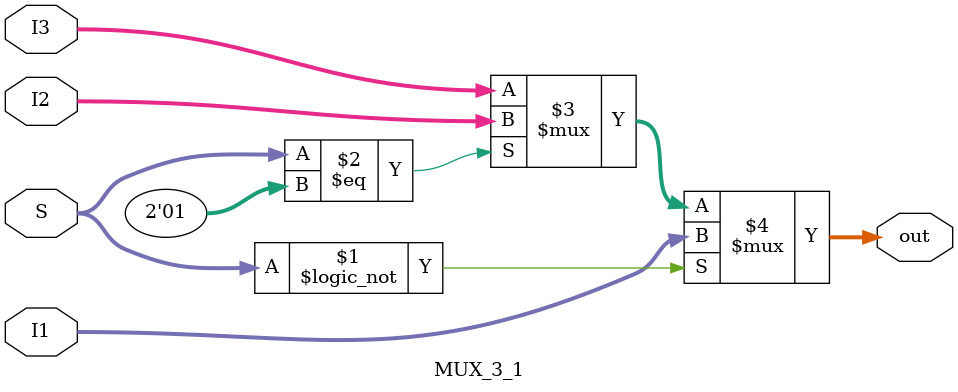
<source format=v>

module MUX_2_1 (
    input  wire [31:0] I1,
    input  wire [31:0] I2,
    input  wire        S,
    output wire [31:0] out
);

assign out = (S == 1'b0) ? I1 : I2;
endmodule

module MUX_3_1 (
    input  wire [31:0] I1,
    input  wire [31:0] I2,
    input  wire [31:0] I3,
    input  wire [1:0]  S,
    output wire [31:0] out
);

assign out = (S == 2'b00) ? I1 :
             (S == 2'b01) ? I2 : I3;
endmodule
</source>
